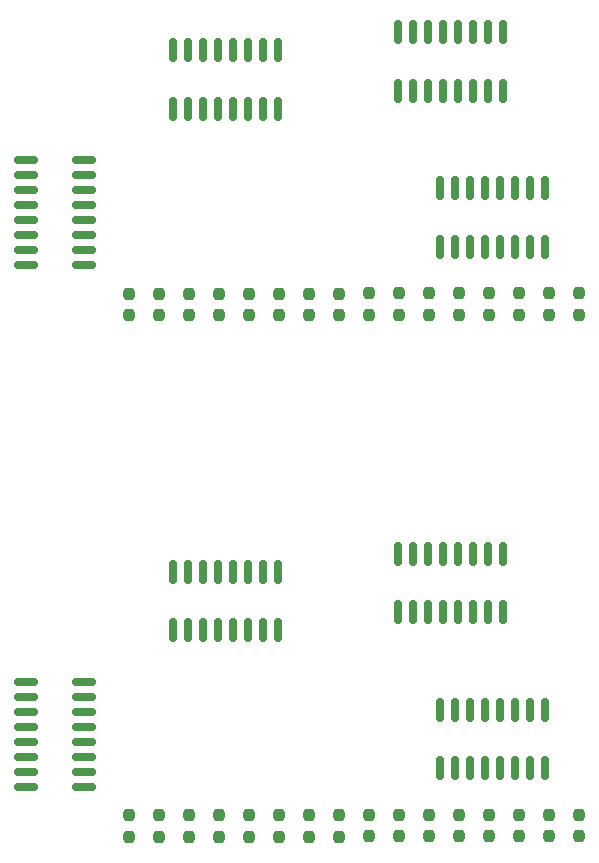
<source format=gbr>
%TF.GenerationSoftware,KiCad,Pcbnew,7.0.2*%
%TF.CreationDate,2023-08-12T01:48:42+09:00*%
%TF.ProjectId,Pmod_Matrix256,506d6f64-5f4d-4617-9472-69783235362e,rev?*%
%TF.SameCoordinates,Original*%
%TF.FileFunction,Paste,Top*%
%TF.FilePolarity,Positive*%
%FSLAX46Y46*%
G04 Gerber Fmt 4.6, Leading zero omitted, Abs format (unit mm)*
G04 Created by KiCad (PCBNEW 7.0.2) date 2023-08-12 01:48:42*
%MOMM*%
%LPD*%
G01*
G04 APERTURE LIST*
G04 Aperture macros list*
%AMRoundRect*
0 Rectangle with rounded corners*
0 $1 Rounding radius*
0 $2 $3 $4 $5 $6 $7 $8 $9 X,Y pos of 4 corners*
0 Add a 4 corners polygon primitive as box body*
4,1,4,$2,$3,$4,$5,$6,$7,$8,$9,$2,$3,0*
0 Add four circle primitives for the rounded corners*
1,1,$1+$1,$2,$3*
1,1,$1+$1,$4,$5*
1,1,$1+$1,$6,$7*
1,1,$1+$1,$8,$9*
0 Add four rect primitives between the rounded corners*
20,1,$1+$1,$2,$3,$4,$5,0*
20,1,$1+$1,$4,$5,$6,$7,0*
20,1,$1+$1,$6,$7,$8,$9,0*
20,1,$1+$1,$8,$9,$2,$3,0*%
G04 Aperture macros list end*
%ADD10RoundRect,0.150000X0.825000X0.150000X-0.825000X0.150000X-0.825000X-0.150000X0.825000X-0.150000X0*%
%ADD11RoundRect,0.237500X0.237500X-0.250000X0.237500X0.250000X-0.237500X0.250000X-0.237500X-0.250000X0*%
%ADD12RoundRect,0.150000X0.150000X-0.825000X0.150000X0.825000X-0.150000X0.825000X-0.150000X-0.825000X0*%
%ADD13RoundRect,0.150000X-0.150000X0.825000X-0.150000X-0.825000X0.150000X-0.825000X0.150000X0.825000X0*%
G04 APERTURE END LIST*
D10*
%TO.C,U2*%
X130402500Y-93628000D03*
X130402500Y-92358000D03*
X130402500Y-91088000D03*
X130402500Y-89818000D03*
X130402500Y-88548000D03*
X130402500Y-87278000D03*
X130402500Y-86008000D03*
X130402500Y-84738000D03*
X125452500Y-84738000D03*
X125452500Y-86008000D03*
X125452500Y-87278000D03*
X125452500Y-88548000D03*
X125452500Y-89818000D03*
X125452500Y-91088000D03*
X125452500Y-92358000D03*
X125452500Y-93628000D03*
%TD*%
D11*
%TO.C,R7*%
X149452500Y-53678500D03*
X149452500Y-51853500D03*
%TD*%
%TO.C,R8*%
X151992500Y-97842500D03*
X151992500Y-96017500D03*
%TD*%
%TO.C,R2*%
X136752500Y-97842500D03*
X136752500Y-96017500D03*
%TD*%
%TO.C,R6*%
X146912500Y-97842500D03*
X146912500Y-96017500D03*
%TD*%
D12*
%TO.C,U3*%
X160501500Y-92039000D03*
X161771500Y-92039000D03*
X163041500Y-92039000D03*
X164311500Y-92039000D03*
X165581500Y-92039000D03*
X166851500Y-92039000D03*
X168121500Y-92039000D03*
X169391500Y-92039000D03*
X169391500Y-87089000D03*
X168121500Y-87089000D03*
X166851500Y-87089000D03*
X165581500Y-87089000D03*
X164311500Y-87089000D03*
X163041500Y-87089000D03*
X161771500Y-87089000D03*
X160501500Y-87089000D03*
%TD*%
D11*
%TO.C,R1*%
X134212500Y-97842500D03*
X134212500Y-96017500D03*
%TD*%
%TO.C,R1*%
X134212500Y-53678500D03*
X134212500Y-51853500D03*
%TD*%
%TO.C,R8*%
X151992500Y-53678500D03*
X151992500Y-51853500D03*
%TD*%
D12*
%TO.C,U3*%
X160501500Y-47875000D03*
X161771500Y-47875000D03*
X163041500Y-47875000D03*
X164311500Y-47875000D03*
X165581500Y-47875000D03*
X166851500Y-47875000D03*
X168121500Y-47875000D03*
X169391500Y-47875000D03*
X169391500Y-42925000D03*
X168121500Y-42925000D03*
X166851500Y-42925000D03*
X165581500Y-42925000D03*
X164311500Y-42925000D03*
X163041500Y-42925000D03*
X161771500Y-42925000D03*
X160501500Y-42925000D03*
%TD*%
D11*
%TO.C,R2*%
X136752500Y-53678500D03*
X136752500Y-51853500D03*
%TD*%
D13*
%TO.C,U5*%
X146785500Y-75405000D03*
X145515500Y-75405000D03*
X144245500Y-75405000D03*
X142975500Y-75405000D03*
X141705500Y-75405000D03*
X140435500Y-75405000D03*
X139165500Y-75405000D03*
X137895500Y-75405000D03*
X137895500Y-80355000D03*
X139165500Y-80355000D03*
X140435500Y-80355000D03*
X141705500Y-80355000D03*
X142975500Y-80355000D03*
X144245500Y-80355000D03*
X145515500Y-80355000D03*
X146785500Y-80355000D03*
%TD*%
D11*
%TO.C,R11*%
X159612500Y-97822500D03*
X159612500Y-95997500D03*
%TD*%
%TO.C,R4*%
X141832500Y-97842500D03*
X141832500Y-96017500D03*
%TD*%
D10*
%TO.C,U2*%
X130402500Y-49464000D03*
X130402500Y-48194000D03*
X130402500Y-46924000D03*
X130402500Y-45654000D03*
X130402500Y-44384000D03*
X130402500Y-43114000D03*
X130402500Y-41844000D03*
X130402500Y-40574000D03*
X125452500Y-40574000D03*
X125452500Y-41844000D03*
X125452500Y-43114000D03*
X125452500Y-44384000D03*
X125452500Y-45654000D03*
X125452500Y-46924000D03*
X125452500Y-48194000D03*
X125452500Y-49464000D03*
%TD*%
D11*
%TO.C,R15*%
X169772500Y-53658500D03*
X169772500Y-51833500D03*
%TD*%
D13*
%TO.C,U5*%
X146785500Y-31241000D03*
X145515500Y-31241000D03*
X144245500Y-31241000D03*
X142975500Y-31241000D03*
X141705500Y-31241000D03*
X140435500Y-31241000D03*
X139165500Y-31241000D03*
X137895500Y-31241000D03*
X137895500Y-36191000D03*
X139165500Y-36191000D03*
X140435500Y-36191000D03*
X141705500Y-36191000D03*
X142975500Y-36191000D03*
X144245500Y-36191000D03*
X145515500Y-36191000D03*
X146785500Y-36191000D03*
%TD*%
%TO.C,U4*%
X165835500Y-29717000D03*
X164565500Y-29717000D03*
X163295500Y-29717000D03*
X162025500Y-29717000D03*
X160755500Y-29717000D03*
X159485500Y-29717000D03*
X158215500Y-29717000D03*
X156945500Y-29717000D03*
X156945500Y-34667000D03*
X158215500Y-34667000D03*
X159485500Y-34667000D03*
X160755500Y-34667000D03*
X162025500Y-34667000D03*
X163295500Y-34667000D03*
X164565500Y-34667000D03*
X165835500Y-34667000D03*
%TD*%
D11*
%TO.C,R11*%
X159612500Y-53658500D03*
X159612500Y-51833500D03*
%TD*%
%TO.C,R16*%
X172312500Y-97822500D03*
X172312500Y-95997500D03*
%TD*%
%TO.C,R12*%
X162152500Y-53658500D03*
X162152500Y-51833500D03*
%TD*%
%TO.C,R7*%
X149452500Y-97842500D03*
X149452500Y-96017500D03*
%TD*%
%TO.C,R4*%
X141832500Y-53678500D03*
X141832500Y-51853500D03*
%TD*%
%TO.C,R14*%
X167232500Y-97822500D03*
X167232500Y-95997500D03*
%TD*%
%TO.C,R9*%
X154532500Y-97822500D03*
X154532500Y-95997500D03*
%TD*%
%TO.C,R14*%
X167232500Y-53658500D03*
X167232500Y-51833500D03*
%TD*%
%TO.C,R6*%
X146912500Y-53678500D03*
X146912500Y-51853500D03*
%TD*%
%TO.C,R3*%
X139292500Y-53678500D03*
X139292500Y-51853500D03*
%TD*%
%TO.C,R10*%
X157072500Y-97822500D03*
X157072500Y-95997500D03*
%TD*%
%TO.C,R10*%
X157072500Y-53658500D03*
X157072500Y-51833500D03*
%TD*%
%TO.C,R9*%
X154532500Y-53658500D03*
X154532500Y-51833500D03*
%TD*%
%TO.C,R13*%
X164692500Y-97822500D03*
X164692500Y-95997500D03*
%TD*%
%TO.C,R5*%
X144372500Y-53678500D03*
X144372500Y-51853500D03*
%TD*%
%TO.C,R5*%
X144372500Y-97842500D03*
X144372500Y-96017500D03*
%TD*%
%TO.C,R15*%
X169772500Y-97822500D03*
X169772500Y-95997500D03*
%TD*%
%TO.C,R13*%
X164692500Y-53658500D03*
X164692500Y-51833500D03*
%TD*%
%TO.C,R12*%
X162152500Y-97822500D03*
X162152500Y-95997500D03*
%TD*%
%TO.C,R3*%
X139292500Y-97842500D03*
X139292500Y-96017500D03*
%TD*%
%TO.C,R16*%
X172312500Y-53658500D03*
X172312500Y-51833500D03*
%TD*%
D13*
%TO.C,U4*%
X165835500Y-73881000D03*
X164565500Y-73881000D03*
X163295500Y-73881000D03*
X162025500Y-73881000D03*
X160755500Y-73881000D03*
X159485500Y-73881000D03*
X158215500Y-73881000D03*
X156945500Y-73881000D03*
X156945500Y-78831000D03*
X158215500Y-78831000D03*
X159485500Y-78831000D03*
X160755500Y-78831000D03*
X162025500Y-78831000D03*
X163295500Y-78831000D03*
X164565500Y-78831000D03*
X165835500Y-78831000D03*
%TD*%
M02*

</source>
